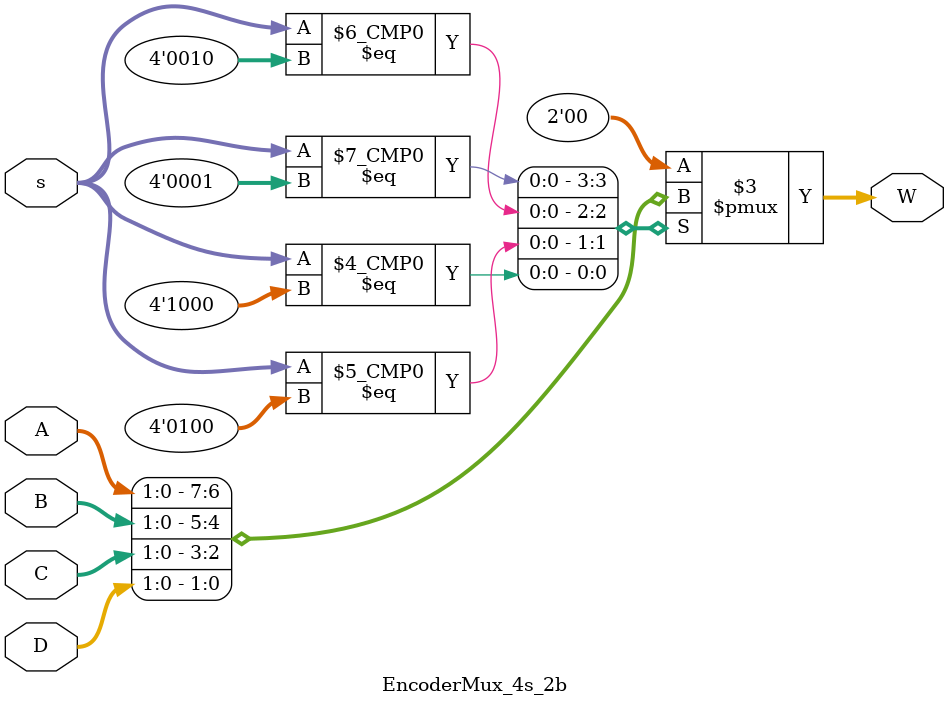
<source format=v>
module EncoderMux_4s_8b(input [7:0]A,B,C,D,input [3:0]s,output reg [7:0]W);
  always @(A,B,C,D,s) begin
    W=8'h0;
    case(s)
      4'h1:W=A;
      4'h2:W=B;
      4'h4:W=C;
      4'h8:W=D;
      default:W=8'h0;
    endcase
  end
endmodule




module EncoderMux_4s_2b(input [1:0]A,B,C,D,input [3:0]s,output reg [1:0]W);
  always @(A,B,C,D,s) begin
    W=2'h0;
    case(s)
      4'h1:W=A;
      4'h2:W=B;
      4'h4:W=C;
      4'h8:W=D;
      default:W=2'h0;
    endcase
  end
endmodule
</source>
